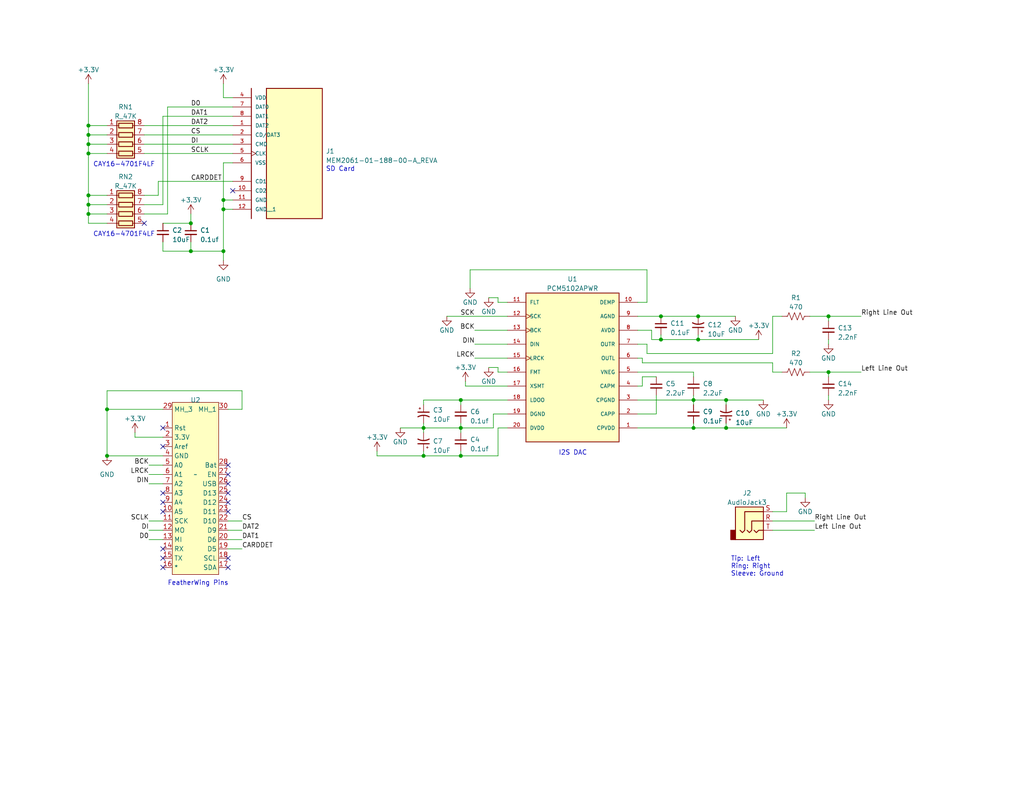
<source format=kicad_sch>
(kicad_sch (version 20230121) (generator eeschema)
  (paper "USLetter")
  (title_block (title "MiniWAV") (date "2023-08-17") (rev "A") (company "Department of Alchemy") (comment 1 "Designed by: Jesse Peterson"))
  (lib_symbols
    (symbol "Connector_Audio:AudioJack3"
      (property "Reference" "J" (at 0 8.89 0))
      (property "Value" "AudioJack3" (at 0 6.35 0))
      (symbol "AudioJack3_0_1"
        (rectangle (start -5.08 -5.08) (end -6.35 -2.54) (stroke (width 0.254)) (fill (type outline)))
        (polyline (pts (xy 0 -2.54) (xy 0.635 -3.175) (xy 1.27 -2.54) (xy 2.54 -2.54)) (stroke (width 0.254)))
        (polyline (pts (xy -1.905 -2.54) (xy -1.27 -3.175) (xy -0.635 -2.54) (xy -0.635 0) (xy 2.54 0)) (stroke (width 0.254)))
        (polyline (pts (xy 2.54 2.54) (xy -2.54 2.54) (xy -2.54 -2.54) (xy -3.175 -3.175) (xy -3.81 -2.54)) (stroke (width 0.254)))
        (rectangle (start 2.54 3.81) (end -5.08 -5.08) (stroke (width 0.254)) (fill (type background)))
      )
      (symbol "AudioJack3_1_1"
        (pin passive line (at 5.08 0 180) (length 2.54) (name "~") (number "R"))
        (pin passive line (at 5.08 2.54 180) (length 2.54) (name "~") (number "S"))
        (pin passive line (at 5.08 -2.54 180) (length 2.54) (name "~") (number "T"))
      )
    )
    (symbol "Department of Alchemy:AdafruitFeather"
      (property "Reference" "U" (at 0 6.35 0))
      (symbol "AdafruitFeather_1_1"
        (rectangle (start -6.35 26.035) (end 6.35 -20.955) (fill (type background)))
        (pin input line (at -8.89 19.05 0) (length 2.54) (name "Rst") (number "1"))
        (pin bidirectional line (at -8.89 -3.81 0) (length 2.54) (name "A5") (number "10"))
        (pin bidirectional line (at -8.89 -6.35 0) (length 2.54) (name "SCK") (number "11"))
        (pin bidirectional line (at -8.89 -8.89 0) (length 2.54) (name "MO") (number "12"))
        (pin bidirectional line (at -8.89 -11.43 0) (length 2.54) (name "MI") (number "13"))
        (pin bidirectional line (at -8.89 -13.97 0) (length 2.54) (name "RX") (number "14"))
        (pin bidirectional line (at -8.89 -16.51 0) (length 2.54) (name "TX") (number "15"))
        (pin bidirectional line (at -8.89 -19.05 0) (length 2.54) (name "*") (number "16"))
        (pin bidirectional line (at 8.89 -19.05 180) (length 2.54) (name "SDA") (number "17"))
        (pin bidirectional line (at 8.89 -16.51 180) (length 2.54) (name "SCL") (number "18"))
        (pin bidirectional line (at 8.89 -13.97 180) (length 2.54) (name "D5") (number "19"))
        (pin input line (at -8.89 16.51 0) (length 2.54) (name "3.3V") (number "2"))
        (pin bidirectional line (at 8.89 -11.43 180) (length 2.54) (name "D6") (number "20"))
        (pin bidirectional line (at 8.89 -8.89 180) (length 2.54) (name "D9") (number "21"))
        (pin bidirectional line (at 8.89 -6.35 180) (length 2.54) (name "D10") (number "22"))
        (pin bidirectional line (at 8.89 -3.81 180) (length 2.54) (name "D11") (number "23"))
        (pin bidirectional line (at 8.89 -1.27 180) (length 2.54) (name "D12") (number "24"))
        (pin bidirectional line (at 8.89 1.27 180) (length 2.54) (name "D13") (number "25"))
        (pin input line (at 8.89 3.81 180) (length 2.54) (name "USB") (number "26"))
        (pin input line (at 8.89 6.35 180) (length 2.54) (name "EN") (number "27"))
        (pin input line (at 8.89 8.89 180) (length 2.54) (name "Bat") (number "28"))
        (pin input line (at -8.89 24.13 0) (length 2.54) (name "MH_3") (number "29"))
        (pin input line (at -8.89 13.97 0) (length 2.54) (name "Aref") (number "3"))
        (pin input line (at 8.89 24.13 180) (length 2.54) (name "MH_1") (number "30"))
        (pin input line (at -8.89 11.43 0) (length 2.54) (name "GND") (number "4"))
        (pin bidirectional line (at -8.89 8.89 0) (length 2.54) (name "A0") (number "5"))
        (pin bidirectional line (at -8.89 6.35 0) (length 2.54) (name "A1") (number "6"))
        (pin bidirectional line (at -8.89 3.81 0) (length 2.54) (name "A2") (number "7"))
        (pin bidirectional line (at -8.89 1.27 0) (length 2.54) (name "A3") (number "8"))
        (pin bidirectional line (at -8.89 -1.27 0) (length 2.54) (name "A4") (number "9"))
      )
    )
    (symbol "Department of Alchemy:MEM2061-01-188-00-A_REVA" (pin_names (offset 1.016))
      (property "Reference" "J" (at 0 15.2654 0))
      (property "Value" "MEM2061-01-188-00-A_REVA" (at 0 -22.8854 0))
      (symbol "MEM2061-01-188-00-A_REVA_0_0"
        (polyline (pts (xy 0 -20.32) (xy 0 15.24)) (stroke (width 0.254)))
        (rectangle (start 4.1148 -20.32) (end 19.3548 15.24) (stroke (width 0.254)) (fill (type background)))
        (pin bidirectional line (at -5.08 5.08 0) (length 5.08) (name "DAT2") (number "1"))
        (pin passive line (at -5.08 -12.7 0) (length 5.08) (name "CD2") (number "10"))
        (pin power_in line (at -5.08 -15.24 0) (length 5.08) (name "GND") (number "11"))
        (pin power_in line (at -5.08 -17.78 0) (length 5.08) (name "GND__1") (number "12"))
        (pin bidirectional line (at -5.08 2.54 0) (length 5.08) (name "CD/DAT3") (number "2"))
        (pin bidirectional line (at -5.08 0 0) (length 5.08) (name "CMD") (number "3"))
        (pin power_in line (at -5.08 12.7 0) (length 5.08) (name "VDD") (number "4"))
        (pin bidirectional clock (at -5.08 -2.54 0) (length 5.08) (name "CLK") (number "5"))
        (pin power_in line (at -5.08 -5.08 0) (length 5.08) (name "VSS") (number "6"))
        (pin bidirectional line (at -5.08 10.16 0) (length 5.08) (name "DAT0") (number "7"))
        (pin bidirectional line (at -5.08 7.62 0) (length 5.08) (name "DAT1") (number "8"))
        (pin passive line (at -5.08 -10.16 0) (length 5.08) (name "CD1") (number "9"))
      )
    )
    (symbol "Department of Alchemy:PCM5102APWR" (pin_names (offset 1.016))
      (property "Reference" "U" (at -12.7 28.9306 0))
      (property "Value" "PCM5102APWR" (at -12.7 -19.05 0))
      (symbol "PCM5102APWR_0_0"
        (rectangle (start -12.7 27.94) (end 12.7 -12.7) (stroke (width 0.254)) (fill (type background)))
        (pin power_in line (at 17.78 -8.89 180) (length 5.08) (name "CPVDD") (number "1"))
        (pin input line (at 17.78 25.4 180) (length 5.08) (name "DEMP") (number "10"))
        (pin input line (at -17.78 25.4 0) (length 5.08) (name "FLT") (number "11"))
        (pin input clock (at -17.78 21.59 0) (length 5.08) (name "SCK") (number "12"))
        (pin input clock (at -17.78 17.78 0) (length 5.08) (name "BCK") (number "13"))
        (pin input line (at -17.78 13.97 0) (length 5.08) (name "DIN") (number "14"))
        (pin input clock (at -17.78 10.16 0) (length 5.08) (name "LRCK") (number "15"))
        (pin input line (at -17.78 6.35 0) (length 5.08) (name "FMT") (number "16"))
        (pin input line (at -17.78 2.54 0) (length 5.08) (name "XSMT") (number "17"))
        (pin power_in line (at -17.78 -1.27 0) (length 5.08) (name "LDOO") (number "18"))
        (pin power_in line (at -17.78 -5.08 0) (length 5.08) (name "DGND") (number "19"))
        (pin passive line (at 17.78 -5.08 180) (length 5.08) (name "CAPP") (number "2"))
        (pin power_in line (at -17.78 -8.89 0) (length 5.08) (name "DVDD") (number "20"))
        (pin power_in line (at 17.78 -1.27 180) (length 5.08) (name "CPGND") (number "3"))
        (pin passive line (at 17.78 2.54 180) (length 5.08) (name "CAPM") (number "4"))
        (pin output line (at 17.78 6.35 180) (length 5.08) (name "VNEG") (number "5"))
        (pin output line (at 17.78 10.16 180) (length 5.08) (name "OUTL") (number "6"))
        (pin output line (at 17.78 13.97 180) (length 5.08) (name "OUTR") (number "7"))
        (pin power_in line (at 17.78 17.78 180) (length 5.08) (name "AVDD") (number "8"))
        (pin power_in line (at 17.78 21.59 180) (length 5.08) (name "AGND") (number "9"))
      )
    )
    (symbol "Device:C_Polarized_Small_US" (pin_numbers hide) (pin_names (offset 0.254) hide)
      (property "Reference" "C" (at 0.254 1.778 0))
      (property "Value" "C_Polarized_Small_US" (at 0.254 -2.032 0))
      (symbol "C_Polarized_Small_US_0_1"
        (polyline (pts (xy -1.524 0.508) (xy 1.524 0.508)) (stroke (width 0.3048)))
        (polyline (pts (xy -1.27 1.524) (xy -0.762 1.524)))
        (polyline (pts (xy -1.016 1.27) (xy -1.016 1.778)))
        (arc (start 1.524 -0.762) (mid 0 -0.3734) (end -1.524 -0.762) (stroke (width 0.3048)))
      )
      (symbol "C_Polarized_Small_US_1_1"
        (pin passive line (at 0 2.54 270) (length 2.032) (name "~") (number "1"))
        (pin passive line (at 0 -2.54 90) (length 2.032) (name "~") (number "2"))
      )
    )
    (symbol "Device:C_Small" (pin_numbers hide) (pin_names (offset 0.254) hide)
      (property "Reference" "C" (at 0.254 1.778 0))
      (property "Value" "C_Small" (at 0.254 -2.032 0))
      (symbol "C_Small_0_1"
        (polyline (pts (xy -1.524 -0.508) (xy 1.524 -0.508)) (stroke (width 0.3302)))
        (polyline (pts (xy -1.524 0.508) (xy 1.524 0.508)) (stroke (width 0.3048)))
      )
      (symbol "C_Small_1_1"
        (pin passive line (at 0 2.54 270) (length 2.032) (name "~") (number "1"))
        (pin passive line (at 0 -2.54 90) (length 2.032) (name "~") (number "2"))
      )
    )
    (symbol "Device:R_Pack04" (pin_names (offset 0) hide)
      (property "Reference" "RN" (at -7.62 0 90))
      (property "Value" "R_Pack04" (at 5.08 0 90))
      (symbol "R_Pack04_0_1"
        (rectangle (start -6.35 -2.413) (end 3.81 2.413) (stroke (width 0.254)) (fill (type background)))
        (rectangle (start -5.715 1.905) (end -4.445 -1.905) (stroke (width 0.254)))
        (rectangle (start -3.175 1.905) (end -1.905 -1.905) (stroke (width 0.254)))
        (rectangle (start -0.635 1.905) (end 0.635 -1.905) (stroke (width 0.254)))
        (polyline (pts (xy -5.08 -2.54) (xy -5.08 -1.905)))
        (polyline (pts (xy -5.08 1.905) (xy -5.08 2.54)))
        (polyline (pts (xy -2.54 -2.54) (xy -2.54 -1.905)))
        (polyline (pts (xy -2.54 1.905) (xy -2.54 2.54)))
        (polyline (pts (xy 0 -2.54) (xy 0 -1.905)))
        (polyline (pts (xy 0 1.905) (xy 0 2.54)))
        (polyline (pts (xy 2.54 -2.54) (xy 2.54 -1.905)))
        (polyline (pts (xy 2.54 1.905) (xy 2.54 2.54)))
        (rectangle (start 1.905 1.905) (end 3.175 -1.905) (stroke (width 0.254)))
      )
      (symbol "R_Pack04_1_1"
        (pin passive line (at -5.08 -5.08 90) (length 2.54) (name "R1.1") (number "1"))
        (pin passive line (at -2.54 -5.08 90) (length 2.54) (name "R2.1") (number "2"))
        (pin passive line (at 0 -5.08 90) (length 2.54) (name "R3.1") (number "3"))
        (pin passive line (at 2.54 -5.08 90) (length 2.54) (name "R4.1") (number "4"))
        (pin passive line (at 2.54 5.08 270) (length 2.54) (name "R4.2") (number "5"))
        (pin passive line (at 0 5.08 270) (length 2.54) (name "R3.2") (number "6"))
        (pin passive line (at -2.54 5.08 270) (length 2.54) (name "R2.2") (number "7"))
        (pin passive line (at -5.08 5.08 270) (length 2.54) (name "R1.2") (number "8"))
      )
    )
    (symbol "Device:R_US" (pin_numbers hide) (pin_names (offset 0))
      (property "Reference" "R" (at 2.54 0 90))
      (property "Value" "R_US" (at -2.54 0 90))
      (symbol "R_US_0_1"
        (polyline (pts (xy 0 -2.286) (xy 0 -2.54)))
        (polyline (pts (xy 0 2.286) (xy 0 2.54)))
        (polyline (pts (xy 0 -0.762) (xy 1.016 -1.143) (xy 0 -1.524) (xy -1.016 -1.905) (xy 0 -2.286)))
        (polyline (pts (xy 0 0.762) (xy 1.016 0.381) (xy 0 0) (xy -1.016 -0.381) (xy 0 -0.762)))
        (polyline (pts (xy 0 2.286) (xy 1.016 1.905) (xy 0 1.524) (xy -1.016 1.143) (xy 0 0.762)))
      )
      (symbol "R_US_1_1"
        (pin passive line (at 0 3.81 270) (length 1.27) (name "~") (number "1"))
        (pin passive line (at 0 -3.81 90) (length 1.27) (name "~") (number "2"))
      )
    )
    (symbol "power:+3.3V" (power) (pin_names (offset 0))
      (property "Value" "+3.3V" (at 0 3.556 0))
      (symbol "+3.3V_0_1"
        (polyline (pts (xy -0.762 1.27) (xy 0 2.54)))
        (polyline (pts (xy 0 0) (xy 0 2.54)))
        (polyline (pts (xy 0 2.54) (xy 0.762 1.27)))
      )
      (symbol "+3.3V_1_1"
        (pin power_in line (at 0 0 90) (length 0) hide (name "+3.3V") (number "1"))
      )
    )
    (symbol "power:GND" (power) (pin_names (offset 0))
      (property "Value" "GND" (at 0 -3.81 0))
      (symbol "GND_0_1"
        (polyline (pts (xy 0 0) (xy 0 -1.27) (xy 1.27 -1.27) (xy 0 -2.54) (xy -1.27 -1.27) (xy 0 -1.27)))
      )
      (symbol "GND_1_1"
        (pin power_in line (at 0 0 270) (length 0) hide (name "GND") (number "1"))
      )
    )
  )
  (junction (at 24.13 39.37))
  (junction (at 115.57 124.46))
  (junction (at 60.96 57.15))
  (junction (at 60.96 54.61))
  (junction (at 189.23 109.22))
  (junction (at 24.13 41.91))
  (junction (at 198.12 109.22))
  (junction (at 29.21 124.46))
  (junction (at 226.06 101.6))
  (junction (at 60.96 68.58))
  (junction (at 115.57 116.84))
  (junction (at 180.34 86.36))
  (junction (at 180.34 92.71))
  (junction (at 24.13 53.34))
  (junction (at 24.13 58.42))
  (junction (at 189.23 116.84))
  (junction (at 190.5 86.36))
  (junction (at 29.21 111.76))
  (junction (at 198.12 116.84))
  (junction (at 52.07 60.96))
  (junction (at 125.73 124.46))
  (junction (at 125.73 109.22))
  (junction (at 24.13 34.29))
  (junction (at 190.5 92.71))
  (junction (at 24.13 55.88))
  (junction (at 52.07 68.58))
  (junction (at 226.06 86.36))
  (junction (at 24.13 36.83))
  (junction (at 125.73 116.84))
  (no_connect (at 62.23 129.54))
  (no_connect (at 62.23 132.08))
  (no_connect (at 62.23 137.16))
  (no_connect (at 62.23 127))
  (no_connect (at 39.37 60.96))
  (no_connect (at 62.23 154.94))
  (no_connect (at 44.45 152.4))
  (no_connect (at 44.45 139.7))
  (no_connect (at 44.45 137.16))
  (no_connect (at 62.23 139.7))
  (no_connect (at 62.23 134.62))
  (no_connect (at 44.45 154.94))
  (no_connect (at 63.5 52.07))
  (no_connect (at 62.23 152.4))
  (no_connect (at 44.45 116.84))
  (no_connect (at 44.45 149.86))
  (no_connect (at 44.45 121.92))
  (no_connect (at 44.45 134.62))
  (wire (pts (xy 24.13 39.37) (xy 24.13 41.91)))
  (wire (pts (xy 210.82 139.7) (xy 214.63 139.7)))
  (wire (pts (xy 176.53 82.55) (xy 176.53 73.66)))
  (wire (pts (xy 176.53 96.52) (xy 210.82 96.52)))
  (wire (pts (xy 226.06 86.36) (xy 226.06 87.63)))
  (wire (pts (xy 24.13 53.34) (xy 24.13 55.88)))
  (wire (pts (xy 29.21 60.96) (xy 24.13 60.96)))
  (wire (pts (xy 125.73 109.22) (xy 115.57 109.22)))
  (wire (pts (xy 60.96 26.67) (xy 63.5 26.67)))
  (wire (pts (xy 189.23 101.6) (xy 173.99 101.6)))
  (wire (pts (xy 44.45 68.58) (xy 52.07 68.58)))
  (wire (pts (xy 40.64 127) (xy 44.45 127)))
  (wire (pts (xy 102.87 124.46) (xy 115.57 124.46)))
  (wire (pts (xy 214.63 134.62) (xy 219.71 134.62)))
  (wire (pts (xy 210.82 144.78) (xy 222.25 144.78)))
  (wire (pts (xy 138.43 82.55) (xy 135.89 82.55)))
  (wire (pts (xy 115.57 116.84) (xy 115.57 118.11)))
  (wire (pts (xy 189.23 107.95) (xy 189.23 109.22)))
  (wire (pts (xy 176.53 93.98) (xy 173.99 93.98)))
  (wire (pts (xy 198.12 109.22) (xy 208.28 109.22)))
  (wire (pts (xy 226.06 92.71) (xy 226.06 93.98)))
  (wire (pts (xy 214.63 139.7) (xy 214.63 134.62)))
  (wire (pts (xy 138.43 101.6) (xy 135.89 101.6)))
  (wire (pts (xy 180.34 91.44) (xy 180.34 92.71)))
  (wire (pts (xy 24.13 36.83) (xy 29.21 36.83)))
  (wire (pts (xy 121.92 86.36) (xy 138.43 86.36)))
  (wire (pts (xy 179.07 102.87) (xy 175.26 102.87)))
  (wire (pts (xy 129.54 93.98) (xy 138.43 93.98)))
  (wire (pts (xy 24.13 34.29) (xy 29.21 34.29)))
  (wire (pts (xy 60.96 68.58) (xy 60.96 71.12)))
  (wire (pts (xy 173.99 116.84) (xy 189.23 116.84)))
  (wire (pts (xy 129.54 97.79) (xy 138.43 97.79)))
  (wire (pts (xy 39.37 36.83) (xy 63.5 36.83)))
  (wire (pts (xy 115.57 115.57) (xy 115.57 116.84)))
  (wire (pts (xy 24.13 58.42) (xy 29.21 58.42)))
  (wire (pts (xy 135.89 100.33) (xy 133.35 100.33)))
  (wire (pts (xy 40.64 132.08) (xy 44.45 132.08)))
  (wire (pts (xy 60.96 54.61) (xy 60.96 57.15)))
  (wire (pts (xy 63.5 54.61) (xy 60.96 54.61)))
  (wire (pts (xy 176.53 73.66) (xy 128.27 73.66)))
  (wire (pts (xy 60.96 44.45) (xy 60.96 54.61)))
  (wire (pts (xy 177.8 90.17) (xy 177.8 92.71)))
  (wire (pts (xy 24.13 55.88) (xy 24.13 58.42)))
  (wire (pts (xy 210.82 99.06) (xy 210.82 101.6)))
  (wire (pts (xy 24.13 55.88) (xy 29.21 55.88)))
  (wire (pts (xy 62.23 147.32) (xy 66.04 147.32)))
  (wire (pts (xy 226.06 86.36) (xy 234.95 86.36)))
  (wire (pts (xy 134.62 116.84) (xy 125.73 116.84)))
  (wire (pts (xy 198.12 116.84) (xy 214.63 116.84)))
  (wire (pts (xy 115.57 116.84) (xy 109.22 116.84)))
  (wire (pts (xy 138.43 113.03) (xy 134.62 113.03)))
  (wire (pts (xy 125.73 115.57) (xy 125.73 116.84)))
  (wire (pts (xy 210.82 96.52) (xy 210.82 86.36)))
  (wire (pts (xy 220.98 86.36) (xy 226.06 86.36)))
  (wire (pts (xy 40.64 144.78) (xy 44.45 144.78)))
  (wire (pts (xy 52.07 58.42) (xy 52.07 60.96)))
  (wire (pts (xy 210.82 86.36) (xy 213.36 86.36)))
  (wire (pts (xy 24.13 39.37) (xy 29.21 39.37)))
  (wire (pts (xy 66.04 111.76) (xy 62.23 111.76)))
  (wire (pts (xy 135.89 116.84) (xy 135.89 124.46)))
  (wire (pts (xy 60.96 57.15) (xy 63.5 57.15)))
  (wire (pts (xy 135.89 82.55) (xy 135.89 81.28)))
  (wire (pts (xy 24.13 36.83) (xy 24.13 39.37)))
  (wire (pts (xy 66.04 106.68) (xy 66.04 111.76)))
  (wire (pts (xy 173.99 97.79) (xy 175.26 97.79)))
  (wire (pts (xy 189.23 102.87) (xy 189.23 101.6)))
  (wire (pts (xy 173.99 82.55) (xy 176.53 82.55)))
  (wire (pts (xy 43.18 53.34) (xy 39.37 53.34)))
  (wire (pts (xy 226.06 101.6) (xy 234.95 101.6)))
  (wire (pts (xy 189.23 115.57) (xy 189.23 116.84)))
  (wire (pts (xy 52.07 66.04) (xy 52.07 68.58)))
  (wire (pts (xy 24.13 22.86) (xy 24.13 34.29)))
  (wire (pts (xy 226.06 101.6) (xy 226.06 102.87)))
  (wire (pts (xy 24.13 41.91) (xy 29.21 41.91)))
  (wire (pts (xy 44.45 55.88) (xy 39.37 55.88)))
  (wire (pts (xy 63.5 29.21) (xy 45.72 29.21)))
  (wire (pts (xy 125.73 123.19) (xy 125.73 124.46)))
  (wire (pts (xy 210.82 101.6) (xy 213.36 101.6)))
  (wire (pts (xy 24.13 34.29) (xy 24.13 36.83)))
  (wire (pts (xy 115.57 123.19) (xy 115.57 124.46)))
  (wire (pts (xy 138.43 109.22) (xy 125.73 109.22)))
  (wire (pts (xy 135.89 101.6) (xy 135.89 100.33)))
  (wire (pts (xy 210.82 142.24) (xy 222.25 142.24)))
  (wire (pts (xy 198.12 115.57) (xy 198.12 116.84)))
  (wire (pts (xy 173.99 86.36) (xy 180.34 86.36)))
  (wire (pts (xy 29.21 124.46) (xy 29.21 111.76)))
  (wire (pts (xy 62.23 142.24) (xy 66.04 142.24)))
  (wire (pts (xy 40.64 147.32) (xy 44.45 147.32)))
  (wire (pts (xy 173.99 109.22) (xy 189.23 109.22)))
  (wire (pts (xy 190.5 86.36) (xy 200.66 86.36)))
  (wire (pts (xy 115.57 109.22) (xy 115.57 110.49)))
  (wire (pts (xy 60.96 22.86) (xy 60.96 26.67)))
  (wire (pts (xy 127 105.41) (xy 127 104.14)))
  (wire (pts (xy 29.21 106.68) (xy 66.04 106.68)))
  (wire (pts (xy 24.13 53.34) (xy 29.21 53.34)))
  (wire (pts (xy 125.73 124.46) (xy 135.89 124.46)))
  (wire (pts (xy 190.5 91.44) (xy 190.5 92.71)))
  (wire (pts (xy 60.96 57.15) (xy 60.96 68.58)))
  (wire (pts (xy 39.37 41.91) (xy 63.5 41.91)))
  (wire (pts (xy 173.99 90.17) (xy 177.8 90.17)))
  (wire (pts (xy 175.26 102.87) (xy 175.26 105.41)))
  (wire (pts (xy 189.23 109.22) (xy 198.12 109.22)))
  (wire (pts (xy 44.45 66.04) (xy 44.45 68.58)))
  (wire (pts (xy 189.23 109.22) (xy 189.23 110.49)))
  (wire (pts (xy 43.18 53.34) (xy 43.18 49.53)))
  (wire (pts (xy 115.57 124.46) (xy 125.73 124.46)))
  (wire (pts (xy 40.64 129.54) (xy 44.45 129.54)))
  (wire (pts (xy 176.53 93.98) (xy 176.53 96.52)))
  (wire (pts (xy 44.45 60.96) (xy 52.07 60.96)))
  (wire (pts (xy 125.73 116.84) (xy 115.57 116.84)))
  (wire (pts (xy 24.13 58.42) (xy 24.13 60.96)))
  (wire (pts (xy 180.34 92.71) (xy 190.5 92.71)))
  (wire (pts (xy 125.73 109.22) (xy 125.73 110.49)))
  (wire (pts (xy 220.98 101.6) (xy 226.06 101.6)))
  (wire (pts (xy 52.07 68.58) (xy 60.96 68.58)))
  (wire (pts (xy 63.5 44.45) (xy 60.96 44.45)))
  (wire (pts (xy 29.21 111.76) (xy 29.21 106.68)))
  (wire (pts (xy 102.87 124.46) (xy 102.87 123.19)))
  (wire (pts (xy 36.83 118.11) (xy 36.83 119.38)))
  (wire (pts (xy 226.06 107.95) (xy 226.06 109.22)))
  (wire (pts (xy 39.37 39.37) (xy 63.5 39.37)))
  (wire (pts (xy 62.23 149.86) (xy 66.04 149.86)))
  (wire (pts (xy 29.21 124.46) (xy 44.45 124.46)))
  (wire (pts (xy 175.26 99.06) (xy 210.82 99.06)))
  (wire (pts (xy 29.21 111.76) (xy 44.45 111.76)))
  (wire (pts (xy 138.43 116.84) (xy 135.89 116.84)))
  (wire (pts (xy 219.71 134.62) (xy 219.71 135.89)))
  (wire (pts (xy 36.83 119.38) (xy 44.45 119.38)))
  (wire (pts (xy 39.37 34.29) (xy 63.5 34.29)))
  (wire (pts (xy 44.45 31.75) (xy 44.45 55.88)))
  (wire (pts (xy 63.5 31.75) (xy 44.45 31.75)))
  (wire (pts (xy 175.26 105.41) (xy 173.99 105.41)))
  (wire (pts (xy 189.23 116.84) (xy 198.12 116.84)))
  (wire (pts (xy 63.5 49.53) (xy 43.18 49.53)))
  (wire (pts (xy 45.72 29.21) (xy 45.72 58.42)))
  (wire (pts (xy 175.26 97.79) (xy 175.26 99.06)))
  (wire (pts (xy 198.12 109.22) (xy 198.12 110.49)))
  (wire (pts (xy 40.64 142.24) (xy 44.45 142.24)))
  (wire (pts (xy 127 105.41) (xy 138.43 105.41)))
  (wire (pts (xy 173.99 113.03) (xy 179.07 113.03)))
  (wire (pts (xy 179.07 107.95) (xy 179.07 113.03)))
  (wire (pts (xy 62.23 144.78) (xy 66.04 144.78)))
  (wire (pts (xy 133.35 81.28) (xy 135.89 81.28)))
  (wire (pts (xy 134.62 113.03) (xy 134.62 116.84)))
  (wire (pts (xy 128.27 73.66) (xy 128.27 78.74)))
  (wire (pts (xy 129.54 90.17) (xy 138.43 90.17)))
  (wire (pts (xy 125.73 116.84) (xy 125.73 118.11)))
  (wire (pts (xy 45.72 58.42) (xy 39.37 58.42)))
  (wire (pts (xy 177.8 92.71) (xy 180.34 92.71)))
  (wire (pts (xy 24.13 41.91) (xy 24.13 53.34)))
  (wire (pts (xy 190.5 92.71) (xy 207.01 92.71)))
  (wire (pts (xy 180.34 86.36) (xy 190.5 86.36)))
  (text "SD Card" (at 88.9 46.99 0) (effects (font (size 1.27 1.27)) (justify left bottom)))
  (text "I2S DAC" (at 152.4 124.46 0) (effects (font (size 1.27 1.27)) (justify left bottom)))
  (text "FeatherWing Pins" (at 45.72 160.02 0) (effects (font (size 1.27 1.27)) (justify left bottom)))
  (text "CAY16-4701F4LF" (at 25.4 64.77 0) (effects (font (size 1.27 1.27)) (justify left bottom)))
  (text "Tip: Left\nRing: Right\nSleeve: Ground" (at 199.39 157.48 0) (effects (font (size 1.27 1.27)) (justify left bottom)))
  (text "CAY16-4701F4LF" (at 25.4 45.72 0) (effects (font (size 1.27 1.27)) (justify left bottom)))
  (label "DAT2" (at 66.04 144.78 0))
  (label "BCK" (at 129.54 90.17 180))
  (label "Left Line Out" (at 234.95 101.6 0))
  (label "Left Line Out" (at 222.25 144.78 0))
  (label "CS" (at 52.07 36.83 0))
  (label "CS" (at 66.04 142.24 0))
  (label "SCK" (at 129.54 86.36 180))
  (label "SCLK" (at 40.64 142.24 180))
  (label "DAT1" (at 66.04 147.32 0))
  (label "DI" (at 52.07 39.37 0))
  (label "CARDDET" (at 52.07 49.53 0))
  (label "BCK" (at 40.64 127 180))
  (label "D0" (at 40.64 147.32 180))
  (label "DIN" (at 129.54 93.98 180))
  (label "DI" (at 40.64 144.78 180))
  (label "D0" (at 52.07 29.21 0))
  (label "CARDDET" (at 66.04 149.86 0))
  (label "DIN" (at 40.64 132.08 180))
  (label "Right Line Out" (at 234.95 86.36 0))
  (label "DAT1" (at 52.07 31.75 0))
  (label "LRCK" (at 129.54 97.79 180))
  (label "LRCK" (at 40.64 129.54 180))
  (label "DAT2" (at 52.07 34.29 0))
  (label "Right Line Out" (at 222.25 142.24 0))
  (label "SCLK" (at 52.07 41.91 0))
  (symbol (lib_id "power:+3.3V") (at 102.87 123.19 0) (unit 1)
    (property "Reference" "#PWR08" (effects hide))
    (property "Value" "+3.3V" (at 102.87 119.38 0))
  )
  (symbol (lib_id "power:+3.3V") (at 207.01 92.71 0) (unit 1)
    (property "Reference" "#PWR013" (effects hide))
    (property "Value" "+3.3V" (at 207.01 88.9 0))
  )
  (symbol (lib_id "power:GND") (at 121.92 86.36 0) (unit 1)
    (property "Reference" "#PWR016" (effects hide))
    (property "Value" "GND" (at 121.92 90.17 0))
  )
  (symbol (lib_id "power:+3.3V") (at 214.63 116.84 0) (unit 1)
    (property "Reference" "#PWR09" (effects hide))
    (property "Value" "+3.3V" (at 214.63 113.03 0))
  )
  (symbol (lib_id "Device:C_Polarized_Small_US") (at 198.12 113.03 180) (unit 1)
    (property "Reference" "C10" (at 200.66 112.8268 0) (effects (justify right)))
    (property "Value" "10uF" (at 200.66 115.3668 0) (effects (justify right)))
    (property "Footprint" "Department of Alchemy:CAPPM2012X120N" (effects hide))
  )
  (symbol (lib_id "Device:C_Small") (at 125.73 120.65 0) (unit 1)
    (property "Reference" "C4" (at 128.27 120.0213 0) (effects (justify left)))
    (property "Value" "0.1uf" (at 128.27 122.5613 0) (effects (justify left)))
    (property "Footprint" "Capacitor_SMD:C_0603_1608Metric" (effects hide))
  )
  (symbol (lib_id "power:+3.3V") (at 52.07 58.42 0) (unit 1)
    (property "Reference" "#PWR04" (effects hide))
    (property "Value" "+3.3V" (at 52.07 54.61 0))
  )
  (symbol (lib_id "Department of Alchemy:MEM2061-01-188-00-A_REVA") (at 68.58 39.37 0) (unit 1)
    (property "Reference" "J1" (at 88.9 41.275 0) (effects (justify left)))
    (property "Value" "MEM2061-01-188-00-A_REVA" (at 88.9 43.815 0) (effects (justify left)))
    (property "Footprint" "Department of Alchemy:GCT_MEM2061-01-188-00-A_REVA" (effects hide))
    (property "MANUFACTURER" "GCT" (effects hide))
  )
  (symbol (lib_id "Department of Alchemy:AdafruitFeather") (at 53.34 135.89 0) (unit 1)
    (property "Reference" "U2" (at 53.34 109.22 0))
    (property "Value" "~" (at 53.34 129.54 0))
    (property "Footprint" "Department of Alchemy:Feather Pins" (effects hide))
  )
  (symbol (lib_id "Device:C_Small") (at 189.23 113.03 0) (unit 1)
    (property "Reference" "C9" (at 191.77 112.4013 0) (effects (justify left)))
    (property "Value" "0.1uF" (at 191.77 114.9413 0) (effects (justify left)))
    (property "Footprint" "Capacitor_SMD:C_0603_1608Metric" (effects hide))
  )
  (symbol (lib_id "Device:C_Small") (at 125.73 113.03 0) (unit 1)
    (property "Reference" "C6" (at 128.27 112.4013 0) (effects (justify left)))
    (property "Value" "0.1uf" (at 128.27 114.9413 0) (effects (justify left)))
    (property "Footprint" "Capacitor_SMD:C_0603_1608Metric" (effects hide))
  )
  (symbol (lib_id "Device:C_Small") (at 44.45 63.5 0) (unit 1)
    (property "Reference" "C2" (at 46.99 62.8713 0) (effects (justify left)))
    (property "Value" "10uF" (at 46.99 65.4113 0) (effects (justify left)))
    (property "Footprint" "Capacitor_SMD:C_0603_1608Metric" (effects hide))
  )
  (symbol (lib_id "Device:R_Pack04") (at 34.29 39.37 270) (unit 1)
    (property "Reference" "RN1" (at 34.29 29.21 90))
    (property "Value" "R_47K" (at 34.29 31.75 90))
    (property "Footprint" "Resistor_SMD:R_Array_Convex_4x0603" (effects hide))
  )
  (symbol (lib_id "power:GND") (at 128.27 78.74 0) (unit 1)
    (property "Reference" "#PWR010" (effects hide))
    (property "Value" "GND" (at 128.27 82.55 0))
  )
  (symbol (lib_id "power:GND") (at 226.06 109.22 0) (unit 1)
    (property "Reference" "#PWR015" (effects hide))
    (property "Value" "GND" (at 226.06 113.03 0))
  )
  (symbol (lib_id "power:GND") (at 226.06 93.98 0) (unit 1)
    (property "Reference" "#PWR014" (effects hide))
    (property "Value" "GND" (at 226.06 97.79 0))
  )
  (symbol (lib_id "Device:C_Small") (at 226.06 105.41 0) (unit 1)
    (property "Reference" "C14" (at 228.6 104.7813 0) (effects (justify left)))
    (property "Value" "2.2nF" (at 228.6 107.3213 0) (effects (justify left)))
    (property "Footprint" "Capacitor_SMD:C_0603_1608Metric" (effects hide))
  )
  (symbol (lib_id "power:+3.3V") (at 60.96 22.86 0) (unit 1)
    (property "Reference" "#PWR02" (effects hide))
    (property "Value" "+3.3V" (at 60.96 19.05 0))
  )
  (symbol (lib_id "Device:C_Small") (at 180.34 88.9 0) (unit 1)
    (property "Reference" "C11" (at 182.88 88.2713 0) (effects (justify left)))
    (property "Value" "0.1uF" (at 182.88 90.8113 0) (effects (justify left)))
    (property "Footprint" "Capacitor_SMD:C_0603_1608Metric" (effects hide))
  )
  (symbol (lib_id "Device:C_Polarized_Small_US") (at 115.57 120.65 180) (unit 1)
    (property "Reference" "C7" (at 118.11 120.4468 0) (effects (justify right)))
    (property "Value" "10uF" (at 118.11 122.9868 0) (effects (justify right)))
    (property "Footprint" "Department of Alchemy:CAPPM2012X120N" (effects hide))
  )
  (symbol (lib_id "power:GND") (at 133.35 81.28 0) (unit 1)
    (property "Reference" "#PWR07" (effects hide))
    (property "Value" "GND" (at 133.35 85.09 0))
  )
  (symbol (lib_id "power:GND") (at 109.22 116.84 0) (unit 1)
    (property "Reference" "#PWR05" (effects hide))
    (property "Value" "GND" (at 109.22 120.65 0))
  )
  (symbol (lib_id "Device:C_Polarized_Small_US") (at 190.5 88.9 180) (unit 1)
    (property "Reference" "C12" (at 193.04 88.6968 0) (effects (justify right)))
    (property "Value" "10uF" (at 193.04 91.2368 0) (effects (justify right)))
    (property "Footprint" "Department of Alchemy:CAPPM2012X120N" (effects hide))
  )
  (symbol (lib_id "power:+3.3V") (at 127 104.14 0) (unit 1)
    (property "Reference" "#PWR017" (effects hide))
    (property "Value" "+3.3V" (at 127 100.33 0))
  )
  (symbol (lib_id "Device:C_Small") (at 179.07 105.41 0) (unit 1)
    (property "Reference" "C5" (at 181.61 104.7813 0) (effects (justify left)))
    (property "Value" "2.2uF" (at 181.61 107.3213 0) (effects (justify left)))
    (property "Footprint" "Capacitor_SMD:C_0603_1608Metric" (effects hide))
  )
  (symbol (lib_id "power:+3.3V") (at 24.13 22.86 0) (unit 1)
    (property "Reference" "#PWR03" (effects hide))
    (property "Value" "+3.3V" (at 24.13 19.05 0))
  )
  (symbol (lib_id "power:GND") (at 219.71 135.89 0) (unit 1)
    (property "Reference" "#PWR018" (effects hide))
    (property "Value" "GND" (at 219.71 139.7 0))
  )
  (symbol (lib_id "Department of Alchemy:PCM5102APWR") (at 156.21 107.95 0) (unit 1)
    (property "Reference" "U1" (at 156.21 76.2 0))
    (property "Value" "PCM5102APWR" (at 156.21 78.74 0))
    (property "Footprint" "Department of Alchemy:SOP65P640X120-20N" (effects hide))
    (property "PARTREV" "C" (effects hide))
    (property "MANUFACTURER" "Texas Instruments" (effects hide))
    (property "MAXIMUM_PACKAGE_HEIGHT" "1.2 mm" (effects hide))
    (property "STANDARD" "IPC 7351B" (effects hide))
  )
  (symbol (lib_id "Device:C_Small") (at 52.07 63.5 0) (unit 1)
    (property "Reference" "C1" (at 54.61 62.8713 0) (effects (justify left)))
    (property "Value" "0.1uf" (at 54.61 65.4113 0) (effects (justify left)))
    (property "Footprint" "Capacitor_SMD:C_0603_1608Metric" (effects hide))
  )
  (symbol (lib_id "power:GND") (at 208.28 109.22 0) (unit 1)
    (property "Reference" "#PWR06" (effects hide))
    (property "Value" "GND" (at 208.28 113.03 0))
  )
  (symbol (lib_id "Device:R_US") (at 217.17 101.6 90) (unit 1)
    (property "Reference" "R2" (at 217.17 96.52 90))
    (property "Value" "470" (at 217.17 99.06 90))
    (property "Footprint" "Resistor_SMD:R_0603_1608Metric" (effects hide))
  )
  (symbol (lib_id "power:GND") (at 133.35 100.33 0) (unit 1)
    (property "Reference" "#PWR011" (effects hide))
    (property "Value" "GND" (at 133.35 104.14 0))
  )
  (symbol (lib_id "power:GND") (at 29.21 124.46 0) (unit 1)
    (property "Reference" "#PWR019" (effects hide))
    (property "Value" "GND" (at 29.21 129.54 0))
  )
  (symbol (lib_id "power:+3.3V") (at 36.83 118.11 0) (unit 1)
    (property "Reference" "#PWR020" (effects hide))
    (property "Value" "+3.3V" (at 36.83 114.3 0))
  )
  (symbol (lib_id "Device:C_Small") (at 226.06 90.17 0) (unit 1)
    (property "Reference" "C13" (at 228.6 89.5413 0) (effects (justify left)))
    (property "Value" "2.2nF" (at 228.6 92.0813 0) (effects (justify left)))
    (property "Footprint" "Capacitor_SMD:C_0603_1608Metric" (effects hide))
  )
  (symbol (lib_id "Device:C_Polarized_Small_US") (at 115.57 113.03 0) (unit 1)
    (property "Reference" "C3" (at 118.11 111.9632 0) (effects (justify left)))
    (property "Value" "10uF" (at 118.11 114.5032 0) (effects (justify left)))
    (property "Footprint" "Department of Alchemy:CAPPM2012X120N" (effects hide))
  )
  (symbol (lib_id "Connector_Audio:AudioJack3") (at 205.74 142.24 0) (unit 1)
    (property "Reference" "J2" (at 203.835 134.62 0))
    (property "Value" "AudioJack3" (at 203.835 137.16 0))
    (property "Footprint" "Connector_Audio:Jack_3.5mm_CUI_SJ-3523-SMT_Horizontal" (effects hide))
  )
  (symbol (lib_id "power:GND") (at 60.96 71.12 0) (unit 1)
    (property "Reference" "#PWR01" (effects hide))
    (property "Value" "GND" (at 60.96 76.2 0))
  )
  (symbol (lib_id "Device:R_US") (at 217.17 86.36 90) (unit 1)
    (property "Reference" "R1" (at 217.17 81.28 90))
    (property "Value" "470" (at 217.17 83.82 90))
    (property "Footprint" "Resistor_SMD:R_0603_1608Metric" (effects hide))
  )
  (symbol (lib_id "Device:C_Small") (at 189.23 105.41 0) (unit 1)
    (property "Reference" "C8" (at 191.77 104.7813 0) (effects (justify left)))
    (property "Value" "2.2uF" (at 191.77 107.3213 0) (effects (justify left)))
    (property "Footprint" "Capacitor_SMD:C_0603_1608Metric" (effects hide))
  )
  (symbol (lib_id "power:GND") (at 200.66 86.36 0) (unit 1)
    (property "Reference" "#PWR012" (effects hide))
    (property "Value" "GND" (at 200.66 90.17 0))
  )
  (symbol (lib_id "Device:R_Pack04") (at 34.29 58.42 270) (unit 1)
    (property "Reference" "RN2" (at 34.29 48.26 90))
    (property "Value" "R_47K" (at 34.29 50.8 90))
    (property "Footprint" "Resistor_SMD:R_Array_Convex_4x0603" (effects hide))
  )
)
</source>
